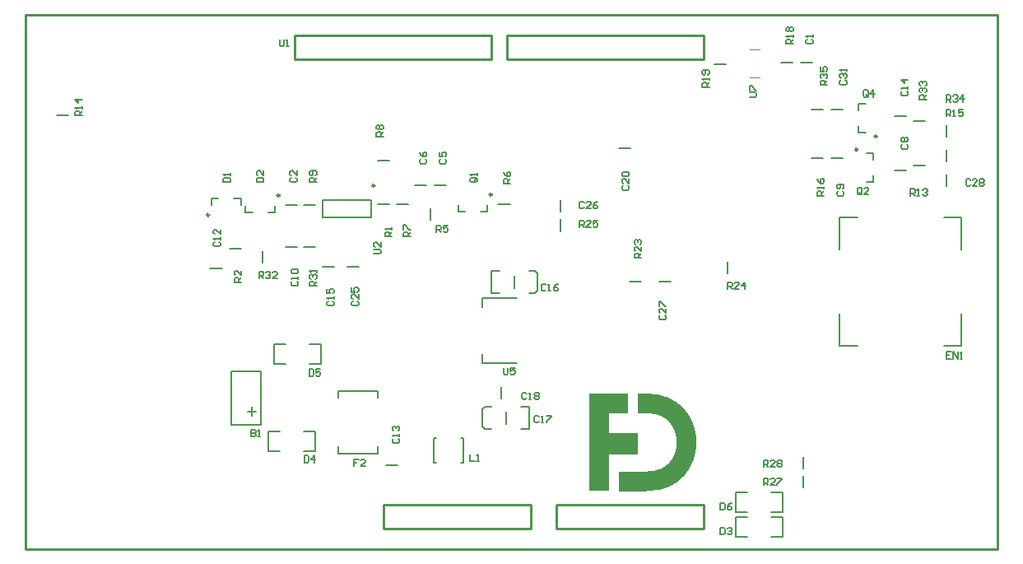
<source format=gto>
G04*
G04 #@! TF.GenerationSoftware,Altium Limited,Altium Designer,22.2.1 (43)*
G04*
G04 Layer_Color=65535*
%FSLAX43Y43*%
%MOMM*%
G71*
G04*
G04 #@! TF.SameCoordinates,4727E17F-0EAD-4C76-84FB-9B022A49384D*
G04*
G04*
G04 #@! TF.FilePolarity,Positive*
G04*
G01*
G75*
%ADD10C,2.000*%
%ADD11C,0.250*%
%ADD12C,0.254*%
%ADD13C,0.150*%
%ADD14C,0.200*%
%ADD15C,0.100*%
%ADD16R,2.000X10.000*%
%ADD17R,3.000X2.000*%
%ADD18R,4.445X2.270*%
%ADD19R,1.000X2.000*%
%ADD20R,3.000X2.000*%
D10*
X64000Y7000D02*
G03*
X64000Y15000I0J4000D01*
G01*
D11*
X35900Y37409D02*
G03*
X35900Y37409I-125J0D01*
G01*
X87585Y42457D02*
G03*
X87585Y42457I-125J0D01*
G01*
X47981Y36485D02*
G03*
X47981Y36485I-125J0D01*
G01*
X26121Y36374D02*
G03*
X26121Y36374I-125J0D01*
G01*
X18894Y34374D02*
G03*
X18894Y34374I-125J0D01*
G01*
X85585Y41109D02*
G03*
X85585Y41109I-125J0D01*
G01*
D12*
X36814Y4620D02*
X52014D01*
Y2120D02*
Y4620D01*
X36814Y2120D02*
X52014D01*
X36814D02*
Y4620D01*
X54594Y2120D02*
Y4620D01*
Y2120D02*
X69794D01*
Y4620D01*
X54594D02*
X69794D01*
X49514Y50380D02*
Y52880D01*
Y50380D02*
X69794D01*
Y52880D01*
X49514D02*
X69794D01*
X27670D02*
X47950D01*
Y50380D02*
Y52880D01*
X27670Y50380D02*
X47950D01*
X27670D02*
Y52880D01*
X-0Y-0D02*
X100000D01*
X-0D02*
Y55000D01*
X100000D01*
Y-0D02*
Y55000D01*
D13*
X21180Y12765D02*
X24180D01*
Y18265D01*
X21180D02*
X24180D01*
X21180Y12765D02*
Y18265D01*
X25584Y19066D02*
X26734D01*
X25584D02*
Y21066D01*
X26734D01*
X29234Y19066D02*
X30384D01*
Y21066D01*
X29234D02*
X30384D01*
X24990Y10090D02*
X26140D01*
X24990D02*
Y12090D01*
X26140D01*
X28640Y10090D02*
X29790D01*
Y12090D01*
X28640D02*
X29790D01*
X32135Y9808D02*
X36235D01*
X32135D02*
Y10559D01*
X36235Y9808D02*
Y10559D01*
X32135Y16309D02*
X36235D01*
X32135Y15559D02*
Y16309D01*
X36235Y15559D02*
Y16309D01*
Y15559D02*
Y16309D01*
X32135Y15559D02*
Y16309D01*
X36235D01*
X76720Y3300D02*
X77870D01*
Y1300D02*
Y3300D01*
X76720Y1300D02*
X77870D01*
X73070Y3300D02*
X74220D01*
X73070Y1300D02*
Y3300D01*
Y1300D02*
X74220D01*
X76720Y5840D02*
X77870D01*
Y3840D02*
Y5840D01*
X76720Y3840D02*
X77870D01*
X73070Y5840D02*
X74220D01*
X73070Y3840D02*
Y5840D01*
Y3840D02*
X74220D01*
X49419Y12895D02*
Y14165D01*
X47019Y14430D02*
X47262Y14673D01*
X47919D01*
X47262Y12387D02*
X47919D01*
X47019Y12630D02*
X47262Y12387D01*
X47019Y12630D02*
Y14430D01*
X51819Y12387D02*
Y14673D01*
X50919Y12387D02*
X51819D01*
X50919Y14673D02*
X51819D01*
X46995Y19135D02*
X50495D01*
X46995D02*
Y20085D01*
Y24885D02*
Y25835D01*
X50495D01*
X94445Y34100D02*
X96250D01*
X83750D02*
X85555D01*
X94445Y20900D02*
X96250D01*
X83750D02*
X85555D01*
X96250Y30800D02*
Y34100D01*
Y20900D02*
Y24200D01*
X83750Y30800D02*
Y34100D01*
Y20900D02*
Y24200D01*
X44746Y8910D02*
X44996D01*
Y11410D01*
X44746D02*
X44996D01*
X41996Y8910D02*
X42246D01*
X41996D02*
Y11410D01*
X42246D01*
X47871Y26357D02*
X48771D01*
X47871Y28643D02*
X48771D01*
X47871Y26357D02*
Y28643D01*
X52671Y26600D02*
Y28400D01*
X52428Y28643D02*
X52671Y28400D01*
X51771Y28643D02*
X52428D01*
X51771Y26357D02*
X52428D01*
X52671Y26600D01*
X50271Y26865D02*
Y28135D01*
X22823Y14193D02*
X23680D01*
X23252Y13765D02*
Y14622D01*
D14*
X30520Y34109D02*
Y35909D01*
X35520Y34109D02*
Y35909D01*
X30520Y34109D02*
X35520D01*
X30520Y35909D02*
X35520D01*
X94699Y42453D02*
Y43653D01*
X91305Y44069D02*
X92505D01*
X89400Y44577D02*
X90600D01*
X85710Y42823D02*
Y43523D01*
Y42823D02*
X86410D01*
X85710Y45823D02*
X86410D01*
X85710Y45123D02*
Y45823D01*
X82860Y45259D02*
X84060D01*
X80860D02*
X82060D01*
X70860Y49897D02*
X72060D01*
X77715Y50029D02*
X78915D01*
X44490Y34735D02*
X45190D01*
X44490D02*
Y35435D01*
X47490Y34735D02*
Y35435D01*
X46790Y34735D02*
X47490D01*
X42072Y37406D02*
X43272D01*
X36230Y39946D02*
X37430D01*
X36230Y35501D02*
X37430D01*
X38135D02*
X39335D01*
X40040Y37406D02*
X41240D01*
X28610Y31056D02*
X29810D01*
X30515Y29024D02*
X31715D01*
X24384Y29440D02*
Y30640D01*
X60995Y41259D02*
X62195D01*
X72220Y28356D02*
Y29556D01*
X62150Y27564D02*
X63350D01*
X89400Y38989D02*
X90600D01*
X94699Y37373D02*
Y38573D01*
X28610Y35374D02*
X29810D01*
X26705D02*
X27905D01*
X22630Y34624D02*
X23330D01*
X22630D02*
Y35324D01*
X25630Y34624D02*
Y35324D01*
X24930Y34624D02*
X25630D01*
X21435Y36124D02*
X22135D01*
Y35424D02*
Y36124D01*
X19135Y35424D02*
Y36124D01*
X19835D01*
X20985Y30890D02*
X22185D01*
X18985Y28858D02*
X20185D01*
X3210Y44645D02*
X4410D01*
X80860Y40259D02*
X82060D01*
X82860D02*
X84060D01*
X87210Y40043D02*
Y40743D01*
X86510D02*
X87210D01*
X86510Y37743D02*
X87210D01*
Y38443D01*
X91305Y39497D02*
X92505D01*
X94699Y39913D02*
Y41113D01*
X26705Y31056D02*
X27905D01*
X79715Y50029D02*
X80915D01*
X55000Y34730D02*
Y35930D01*
X65150Y27564D02*
X66350D01*
X80010Y8290D02*
Y9490D01*
Y6385D02*
Y7585D01*
X55000Y32730D02*
Y33930D01*
X33055Y29024D02*
X34255D01*
X48911Y15470D02*
Y16670D01*
X48626Y35469D02*
X49826D01*
X41656Y33885D02*
Y35085D01*
X37078Y8636D02*
X38278D01*
X82460Y47743D02*
X81760D01*
Y48093D01*
X81877Y48210D01*
X82110D01*
X82227Y48093D01*
Y47743D01*
Y47976D02*
X82460Y48210D01*
X81877Y48443D02*
X81760Y48559D01*
Y48793D01*
X81877Y48909D01*
X81993D01*
X82110Y48793D01*
Y48676D01*
Y48793D01*
X82227Y48909D01*
X82343D01*
X82460Y48793D01*
Y48559D01*
X82343Y48443D01*
X81760Y49609D02*
Y49143D01*
X82110D01*
X81993Y49376D01*
Y49492D01*
X82110Y49609D01*
X82343D01*
X82460Y49492D01*
Y49259D01*
X82343Y49143D01*
X94715Y46013D02*
Y46713D01*
X95065D01*
X95182Y46596D01*
Y46363D01*
X95065Y46246D01*
X94715D01*
X94948D02*
X95182Y46013D01*
X95415Y46596D02*
X95531Y46713D01*
X95765D01*
X95881Y46596D01*
Y46480D01*
X95765Y46363D01*
X95648D01*
X95765D01*
X95881Y46246D01*
Y46130D01*
X95765Y46013D01*
X95531D01*
X95415Y46130D01*
X96464Y46013D02*
Y46713D01*
X96115Y46363D01*
X96581D01*
X92660Y46264D02*
X91960D01*
Y46614D01*
X92077Y46731D01*
X92310D01*
X92427Y46614D01*
Y46264D01*
Y46497D02*
X92660Y46731D01*
X92077Y46964D02*
X91960Y47080D01*
Y47314D01*
X92077Y47430D01*
X92193D01*
X92310Y47314D01*
Y47197D01*
Y47314D01*
X92427Y47430D01*
X92543D01*
X92660Y47314D01*
Y47080D01*
X92543Y46964D01*
X92077Y47664D02*
X91960Y47780D01*
Y48013D01*
X92077Y48130D01*
X92193D01*
X92310Y48013D01*
Y47897D01*
Y48013D01*
X92427Y48130D01*
X92543D01*
X92660Y48013D01*
Y47780D01*
X92543Y47664D01*
X86650Y46635D02*
Y47101D01*
X86533Y47218D01*
X86300D01*
X86183Y47101D01*
Y46635D01*
X86300Y46518D01*
X86533D01*
X86416Y46751D02*
X86650Y46518D01*
X86533D02*
X86650Y46635D01*
X87233Y46518D02*
Y47218D01*
X86883Y46868D01*
X87349D01*
X83877Y48240D02*
X83760Y48123D01*
Y47890D01*
X83877Y47773D01*
X84343D01*
X84460Y47890D01*
Y48123D01*
X84343Y48240D01*
X83877Y48473D02*
X83760Y48589D01*
Y48823D01*
X83877Y48939D01*
X83993D01*
X84110Y48823D01*
Y48706D01*
Y48823D01*
X84227Y48939D01*
X84343D01*
X84460Y48823D01*
Y48589D01*
X84343Y48473D01*
X84460Y49173D02*
Y49406D01*
Y49289D01*
X83760D01*
X83877Y49173D01*
X90172Y47112D02*
X90055Y46995D01*
Y46762D01*
X90172Y46645D01*
X90638D01*
X90755Y46762D01*
Y46995D01*
X90638Y47112D01*
X90755Y47345D02*
Y47578D01*
Y47461D01*
X90055D01*
X90172Y47345D01*
X90755Y48278D02*
X90055D01*
X90405Y47928D01*
Y48394D01*
X75925Y8495D02*
Y9195D01*
X76275D01*
X76392Y9078D01*
Y8845D01*
X76275Y8728D01*
X75925D01*
X76158D02*
X76392Y8495D01*
X77091D02*
X76625D01*
X77091Y8962D01*
Y9078D01*
X76975Y9195D01*
X76741D01*
X76625Y9078D01*
X77325D02*
X77441Y9195D01*
X77674D01*
X77791Y9078D01*
Y8962D01*
X77674Y8845D01*
X77791Y8728D01*
Y8612D01*
X77674Y8495D01*
X77441D01*
X77325Y8612D01*
Y8728D01*
X77441Y8845D01*
X77325Y8962D01*
Y9078D01*
X77441Y8845D02*
X77674D01*
X75925Y6590D02*
Y7290D01*
X76275D01*
X76392Y7173D01*
Y6940D01*
X76275Y6823D01*
X75925D01*
X76158D02*
X76392Y6590D01*
X77091D02*
X76625D01*
X77091Y7057D01*
Y7173D01*
X76975Y7290D01*
X76741D01*
X76625Y7173D01*
X77325Y7290D02*
X77791D01*
Y7173D01*
X77325Y6707D01*
Y6590D01*
X19433Y31618D02*
X19316Y31501D01*
Y31268D01*
X19433Y31151D01*
X19899D01*
X20016Y31268D01*
Y31501D01*
X19899Y31618D01*
X20016Y31851D02*
Y32084D01*
Y31967D01*
X19316D01*
X19433Y31851D01*
X20016Y32900D02*
Y32434D01*
X19549Y32900D01*
X19433D01*
X19316Y32784D01*
Y32551D01*
X19433Y32434D01*
X27434Y27554D02*
X27317Y27437D01*
Y27204D01*
X27434Y27087D01*
X27900D01*
X28017Y27204D01*
Y27437D01*
X27900Y27554D01*
X28017Y27787D02*
Y28020D01*
Y27903D01*
X27317D01*
X27434Y27787D01*
Y28370D02*
X27317Y28487D01*
Y28720D01*
X27434Y28836D01*
X27900D01*
X28017Y28720D01*
Y28487D01*
X27900Y28370D01*
X27434D01*
X97191Y37957D02*
X97074Y38074D01*
X96841D01*
X96724Y37957D01*
Y37491D01*
X96841Y37374D01*
X97074D01*
X97191Y37491D01*
X97890Y37374D02*
X97424D01*
X97890Y37841D01*
Y37957D01*
X97774Y38074D01*
X97540D01*
X97424Y37957D01*
X98124D02*
X98240Y38074D01*
X98473D01*
X98590Y37957D01*
Y37841D01*
X98473Y37724D01*
X98590Y37607D01*
Y37491D01*
X98473Y37374D01*
X98240D01*
X98124Y37491D01*
Y37607D01*
X98240Y37724D01*
X98124Y37841D01*
Y37957D01*
X98240Y37724D02*
X98473D01*
X24000Y27860D02*
Y28560D01*
X24350D01*
X24467Y28443D01*
Y28210D01*
X24350Y28093D01*
X24000D01*
X24233D02*
X24467Y27860D01*
X24700Y28443D02*
X24816Y28560D01*
X25050D01*
X25166Y28443D01*
Y28327D01*
X25050Y28210D01*
X24933D01*
X25050D01*
X25166Y28093D01*
Y27977D01*
X25050Y27860D01*
X24816D01*
X24700Y27977D01*
X25866Y27860D02*
X25400D01*
X25866Y28327D01*
Y28443D01*
X25749Y28560D01*
X25516D01*
X25400Y28443D01*
X29922Y27087D02*
X29222D01*
Y27437D01*
X29339Y27554D01*
X29572D01*
X29689Y27437D01*
Y27087D01*
Y27320D02*
X29922Y27554D01*
X29339Y27787D02*
X29222Y27903D01*
Y28137D01*
X29339Y28253D01*
X29455D01*
X29572Y28137D01*
Y28020D01*
Y28137D01*
X29689Y28253D01*
X29805D01*
X29922Y28137D01*
Y27903D01*
X29805Y27787D01*
X29922Y28487D02*
Y28720D01*
Y28603D01*
X29222D01*
X29339Y28487D01*
X26112Y52425D02*
Y51842D01*
X26229Y51725D01*
X26462D01*
X26579Y51842D01*
Y52425D01*
X26812Y51725D02*
X27045D01*
X26928D01*
Y52425D01*
X26812Y52308D01*
X74515Y46513D02*
X75098D01*
X75215Y46630D01*
Y46863D01*
X75098Y46980D01*
X74515D01*
Y47213D02*
Y47679D01*
X74632D01*
X75098Y47213D01*
X75215D01*
X49165Y18675D02*
Y18092D01*
X49282Y17975D01*
X49515D01*
X49632Y18092D01*
Y18675D01*
X50331D02*
X49865D01*
Y18325D01*
X50098Y18442D01*
X50215D01*
X50331Y18325D01*
Y18092D01*
X50215Y17975D01*
X49981D01*
X49865Y18092D01*
X35826Y30389D02*
X36409D01*
X36526Y30506D01*
Y30739D01*
X36409Y30856D01*
X35826D01*
X36526Y31555D02*
Y31089D01*
X36059Y31555D01*
X35943D01*
X35826Y31439D01*
Y31205D01*
X35943Y31089D01*
X70308Y47534D02*
X69608D01*
Y47884D01*
X69725Y48001D01*
X69958D01*
X70075Y47884D01*
Y47534D01*
Y47767D02*
X70308Y48001D01*
Y48234D02*
Y48467D01*
Y48350D01*
X69608D01*
X69725Y48234D01*
X70191Y48817D02*
X70308Y48934D01*
Y49167D01*
X70191Y49283D01*
X69725D01*
X69608Y49167D01*
Y48934D01*
X69725Y48817D01*
X69841D01*
X69958Y48934D01*
Y49283D01*
X78944Y51979D02*
X78244D01*
Y52329D01*
X78361Y52446D01*
X78594D01*
X78711Y52329D01*
Y51979D01*
Y52212D02*
X78944Y52446D01*
Y52679D02*
Y52912D01*
Y52795D01*
X78244D01*
X78361Y52679D01*
Y53262D02*
X78244Y53379D01*
Y53612D01*
X78361Y53728D01*
X78477D01*
X78594Y53612D01*
X78711Y53728D01*
X78827D01*
X78944Y53612D01*
Y53379D01*
X78827Y53262D01*
X78711D01*
X78594Y53379D01*
X78477Y53262D01*
X78361D01*
X78594Y53379D02*
Y53612D01*
X56980Y33136D02*
Y33836D01*
X57330D01*
X57447Y33719D01*
Y33486D01*
X57330Y33369D01*
X56980D01*
X57213D02*
X57447Y33136D01*
X58146D02*
X57680D01*
X58146Y33603D01*
Y33719D01*
X58030Y33836D01*
X57796D01*
X57680Y33719D01*
X58846Y33836D02*
X58380D01*
Y33486D01*
X58613Y33603D01*
X58729D01*
X58846Y33486D01*
Y33253D01*
X58729Y33136D01*
X58496D01*
X58380Y33253D01*
X63330Y29961D02*
X62630D01*
Y30311D01*
X62747Y30428D01*
X62980D01*
X63097Y30311D01*
Y29961D01*
Y30194D02*
X63330Y30428D01*
Y31127D02*
Y30661D01*
X62863Y31127D01*
X62747D01*
X62630Y31011D01*
Y30777D01*
X62747Y30661D01*
Y31361D02*
X62630Y31477D01*
Y31710D01*
X62747Y31827D01*
X62863D01*
X62980Y31710D01*
Y31594D01*
Y31710D01*
X63097Y31827D01*
X63213D01*
X63330Y31710D01*
Y31477D01*
X63213Y31361D01*
X72220Y26786D02*
Y27486D01*
X72570D01*
X72687Y27369D01*
Y27136D01*
X72570Y27019D01*
X72220D01*
X72453D02*
X72687Y26786D01*
X73386D02*
X72920D01*
X73386Y27253D01*
Y27369D01*
X73270Y27486D01*
X73036D01*
X72920Y27369D01*
X73969Y26786D02*
Y27486D01*
X73620Y27136D01*
X74086D01*
X91009Y36358D02*
Y37058D01*
X91359D01*
X91476Y36941D01*
Y36708D01*
X91359Y36591D01*
X91009D01*
X91242D02*
X91476Y36358D01*
X91709D02*
X91942D01*
X91825D01*
Y37058D01*
X91709Y36941D01*
X92292D02*
X92409Y37058D01*
X92642D01*
X92758Y36941D01*
Y36825D01*
X92642Y36708D01*
X92525D01*
X92642D01*
X92758Y36591D01*
Y36475D01*
X92642Y36358D01*
X92409D01*
X92292Y36475D01*
X5792Y44613D02*
X5092D01*
Y44963D01*
X5209Y45080D01*
X5442D01*
X5559Y44963D01*
Y44613D01*
Y44846D02*
X5792Y45080D01*
Y45313D02*
Y45546D01*
Y45429D01*
X5092D01*
X5209Y45313D01*
X5792Y46246D02*
X5092D01*
X5442Y45896D01*
Y46362D01*
X82119Y36358D02*
X81419D01*
Y36708D01*
X81536Y36825D01*
X81769D01*
X81886Y36708D01*
Y36358D01*
Y36591D02*
X82119Y36825D01*
Y37058D02*
Y37291D01*
Y37174D01*
X81419D01*
X81536Y37058D01*
X81419Y38107D02*
X81536Y37874D01*
X81769Y37641D01*
X82002D01*
X82119Y37758D01*
Y37991D01*
X82002Y38107D01*
X81886D01*
X81769Y37991D01*
Y37641D01*
X94715Y44513D02*
Y45213D01*
X95065D01*
X95182Y45096D01*
Y44863D01*
X95065Y44746D01*
X94715D01*
X94948D02*
X95182Y44513D01*
X95415D02*
X95648D01*
X95531D01*
Y45213D01*
X95415Y45096D01*
X96464Y45213D02*
X95998D01*
Y44863D01*
X96231Y44980D01*
X96348D01*
X96464Y44863D01*
Y44630D01*
X96348Y44513D01*
X96115D01*
X95998Y44630D01*
X29922Y37755D02*
X29222D01*
Y38105D01*
X29339Y38222D01*
X29572D01*
X29689Y38105D01*
Y37755D01*
Y37988D02*
X29922Y38222D01*
X29805Y38455D02*
X29922Y38571D01*
Y38805D01*
X29805Y38921D01*
X29339D01*
X29222Y38805D01*
Y38571D01*
X29339Y38455D01*
X29455D01*
X29572Y38571D01*
Y38921D01*
X36780Y42454D02*
X36080D01*
Y42804D01*
X36197Y42921D01*
X36430D01*
X36547Y42804D01*
Y42454D01*
Y42687D02*
X36780Y42921D01*
X36197Y43154D02*
X36080Y43270D01*
Y43504D01*
X36197Y43620D01*
X36313D01*
X36430Y43504D01*
X36547Y43620D01*
X36663D01*
X36780Y43504D01*
Y43270D01*
X36663Y43154D01*
X36547D01*
X36430Y43270D01*
X36313Y43154D01*
X36197D01*
X36430Y43270D02*
Y43504D01*
X39574Y32167D02*
X38874D01*
Y32517D01*
X38991Y32634D01*
X39224D01*
X39341Y32517D01*
Y32167D01*
Y32400D02*
X39574Y32634D01*
X38874Y32867D02*
Y33333D01*
X38991D01*
X39457Y32867D01*
X39574D01*
X49861Y37628D02*
X49161D01*
Y37978D01*
X49278Y38095D01*
X49511D01*
X49628Y37978D01*
Y37628D01*
Y37861D02*
X49861Y38095D01*
X49161Y38794D02*
X49278Y38561D01*
X49511Y38328D01*
X49744D01*
X49861Y38444D01*
Y38678D01*
X49744Y38794D01*
X49628D01*
X49511Y38678D01*
Y38328D01*
X42270Y32625D02*
Y33325D01*
X42620D01*
X42737Y33208D01*
Y32975D01*
X42620Y32858D01*
X42270D01*
X42503D02*
X42737Y32625D01*
X43436Y33325D02*
X42970D01*
Y32975D01*
X43203Y33092D01*
X43320D01*
X43436Y32975D01*
Y32742D01*
X43320Y32625D01*
X43086D01*
X42970Y32742D01*
X22175Y27468D02*
X21475D01*
Y27818D01*
X21592Y27935D01*
X21825D01*
X21942Y27818D01*
Y27468D01*
Y27701D02*
X22175Y27935D01*
Y28634D02*
Y28168D01*
X21708Y28634D01*
X21592D01*
X21475Y28518D01*
Y28284D01*
X21592Y28168D01*
X37669Y32167D02*
X36969D01*
Y32517D01*
X37086Y32634D01*
X37319D01*
X37436Y32517D01*
Y32167D01*
Y32400D02*
X37669Y32634D01*
Y32867D02*
Y33100D01*
Y32983D01*
X36969D01*
X37086Y32867D01*
X86015Y36602D02*
Y37068D01*
X85898Y37185D01*
X85665D01*
X85548Y37068D01*
Y36602D01*
X85665Y36485D01*
X85898D01*
X85781Y36718D02*
X86015Y36485D01*
X85898D02*
X86015Y36602D01*
X86714Y36485D02*
X86248D01*
X86714Y36952D01*
Y37068D01*
X86598Y37185D01*
X86364D01*
X86248Y37068D01*
X46315Y38222D02*
X45849D01*
X45732Y38105D01*
Y37872D01*
X45849Y37755D01*
X46315D01*
X46432Y37872D01*
Y38105D01*
X46199Y37988D02*
X46432Y38222D01*
Y38105D02*
X46315Y38222D01*
X46432Y38455D02*
Y38688D01*
Y38571D01*
X45732D01*
X45849Y38455D01*
X45716Y9770D02*
Y9070D01*
X46183D01*
X46416D02*
X46649D01*
X46532D01*
Y9770D01*
X46416Y9653D01*
X34244Y9261D02*
X33777D01*
Y8911D01*
X34010D01*
X33777D01*
Y8561D01*
X34943D02*
X34477D01*
X34943Y9028D01*
Y9144D01*
X34827Y9261D01*
X34593D01*
X34477Y9144D01*
X95204Y20310D02*
X94737D01*
Y19610D01*
X95204D01*
X94737Y19960D02*
X94970D01*
X95437Y19610D02*
Y20310D01*
X95903Y19610D01*
Y20310D01*
X96137Y19610D02*
X96370D01*
X96253D01*
Y20310D01*
X96137Y20193D01*
X71480Y4750D02*
Y4050D01*
X71830D01*
X71947Y4167D01*
Y4633D01*
X71830Y4750D01*
X71480D01*
X72646D02*
X72413Y4633D01*
X72180Y4400D01*
Y4167D01*
X72296Y4050D01*
X72530D01*
X72646Y4167D01*
Y4283D01*
X72530Y4400D01*
X72180D01*
X71480Y2210D02*
Y1510D01*
X71830D01*
X71947Y1627D01*
Y2093D01*
X71830Y2210D01*
X71480D01*
X72180Y2093D02*
X72296Y2210D01*
X72530D01*
X72646Y2093D01*
Y1977D01*
X72530Y1860D01*
X72413D01*
X72530D01*
X72646Y1743D01*
Y1627D01*
X72530Y1510D01*
X72296D01*
X72180Y1627D01*
X29160Y18516D02*
Y17816D01*
X29510D01*
X29627Y17933D01*
Y18399D01*
X29510Y18516D01*
X29160D01*
X30326D02*
X29860D01*
Y18166D01*
X30093Y18283D01*
X30210D01*
X30326Y18166D01*
Y17933D01*
X30210Y17816D01*
X29976D01*
X29860Y17933D01*
X28652Y9626D02*
Y8926D01*
X29002D01*
X29119Y9043D01*
Y9509D01*
X29002Y9626D01*
X28652D01*
X29702Y8926D02*
Y9626D01*
X29352Y9276D01*
X29818D01*
X23761Y37755D02*
X24461D01*
Y38105D01*
X24344Y38222D01*
X23878D01*
X23761Y38105D01*
Y37755D01*
X24461Y38921D02*
Y38455D01*
X23994Y38921D01*
X23878D01*
X23761Y38805D01*
Y38571D01*
X23878Y38455D01*
X20332Y37755D02*
X21032D01*
Y38105D01*
X20915Y38222D01*
X20449D01*
X20332Y38105D01*
Y37755D01*
X21032Y38455D02*
Y38688D01*
Y38571D01*
X20332D01*
X20449Y38455D01*
X65287Y24078D02*
X65170Y23961D01*
Y23728D01*
X65287Y23611D01*
X65753D01*
X65870Y23728D01*
Y23961D01*
X65753Y24078D01*
X65870Y24777D02*
Y24311D01*
X65403Y24777D01*
X65287D01*
X65170Y24661D01*
Y24427D01*
X65287Y24311D01*
X65170Y25011D02*
Y25477D01*
X65287D01*
X65753Y25011D01*
X65870D01*
X57447Y35624D02*
X57330Y35741D01*
X57097D01*
X56980Y35624D01*
Y35158D01*
X57097Y35041D01*
X57330D01*
X57447Y35158D01*
X58146Y35041D02*
X57680D01*
X58146Y35508D01*
Y35624D01*
X58030Y35741D01*
X57796D01*
X57680Y35624D01*
X58846Y35741D02*
X58613Y35624D01*
X58380Y35391D01*
Y35158D01*
X58496Y35041D01*
X58729D01*
X58846Y35158D01*
Y35274D01*
X58729Y35391D01*
X58380D01*
X33657Y25522D02*
X33540Y25405D01*
Y25172D01*
X33657Y25055D01*
X34123D01*
X34240Y25172D01*
Y25405D01*
X34123Y25522D01*
X34240Y26221D02*
Y25755D01*
X33773Y26221D01*
X33657D01*
X33540Y26105D01*
Y25871D01*
X33657Y25755D01*
X33540Y26921D02*
Y26455D01*
X33890D01*
X33773Y26688D01*
Y26804D01*
X33890Y26921D01*
X34123D01*
X34240Y26804D01*
Y26571D01*
X34123Y26455D01*
X61477Y37413D02*
X61360Y37296D01*
Y37063D01*
X61477Y36946D01*
X61943D01*
X62060Y37063D01*
Y37296D01*
X61943Y37413D01*
X62060Y38112D02*
Y37646D01*
X61593Y38112D01*
X61477D01*
X61360Y37996D01*
Y37762D01*
X61477Y37646D01*
Y38346D02*
X61360Y38462D01*
Y38695D01*
X61477Y38812D01*
X61943D01*
X62060Y38695D01*
Y38462D01*
X61943Y38346D01*
X61477D01*
X37845Y11389D02*
X37728Y11272D01*
Y11039D01*
X37845Y10922D01*
X38311D01*
X38428Y11039D01*
Y11272D01*
X38311Y11389D01*
X38428Y11622D02*
Y11855D01*
Y11738D01*
X37728D01*
X37845Y11622D01*
Y12205D02*
X37728Y12322D01*
Y12555D01*
X37845Y12671D01*
X37961D01*
X38078Y12555D01*
Y12438D01*
Y12555D01*
X38195Y12671D01*
X38311D01*
X38428Y12555D01*
Y12322D01*
X38311Y12205D01*
X51537Y16018D02*
X51420Y16135D01*
X51187D01*
X51070Y16018D01*
Y15552D01*
X51187Y15435D01*
X51420D01*
X51537Y15552D01*
X51770Y15435D02*
X52003D01*
X51886D01*
Y16135D01*
X51770Y16018D01*
X52353D02*
X52470Y16135D01*
X52703D01*
X52819Y16018D01*
Y15902D01*
X52703Y15785D01*
X52819Y15668D01*
Y15552D01*
X52703Y15435D01*
X52470D01*
X52353Y15552D01*
Y15668D01*
X52470Y15785D01*
X52353Y15902D01*
Y16018D01*
X52470Y15785D02*
X52703D01*
X52807Y13633D02*
X52690Y13750D01*
X52457D01*
X52340Y13633D01*
Y13167D01*
X52457Y13050D01*
X52690D01*
X52807Y13167D01*
X53040Y13050D02*
X53273D01*
X53156D01*
Y13750D01*
X53040Y13633D01*
X53623Y13750D02*
X54089D01*
Y13633D01*
X53623Y13167D01*
Y13050D01*
X53503Y27162D02*
X53386Y27279D01*
X53153D01*
X53036Y27162D01*
Y26696D01*
X53153Y26579D01*
X53386D01*
X53503Y26696D01*
X53736Y26579D02*
X53969D01*
X53852D01*
Y27279D01*
X53736Y27162D01*
X54785Y27279D02*
X54552Y27162D01*
X54319Y26929D01*
Y26696D01*
X54436Y26579D01*
X54669D01*
X54785Y26696D01*
Y26812D01*
X54669Y26929D01*
X54319D01*
X31117Y25522D02*
X31000Y25405D01*
Y25172D01*
X31117Y25055D01*
X31583D01*
X31700Y25172D01*
Y25405D01*
X31583Y25522D01*
X31700Y25755D02*
Y25988D01*
Y25871D01*
X31000D01*
X31117Y25755D01*
X31000Y26804D02*
Y26338D01*
X31350D01*
X31233Y26571D01*
Y26688D01*
X31350Y26804D01*
X31583D01*
X31700Y26688D01*
Y26455D01*
X31583Y26338D01*
X83568Y36825D02*
X83451Y36708D01*
Y36475D01*
X83568Y36358D01*
X84034D01*
X84151Y36475D01*
Y36708D01*
X84034Y36825D01*
Y37058D02*
X84151Y37174D01*
Y37408D01*
X84034Y37524D01*
X83568D01*
X83451Y37408D01*
Y37174D01*
X83568Y37058D01*
X83684D01*
X83801Y37174D01*
Y37524D01*
X90172Y41651D02*
X90055Y41534D01*
Y41301D01*
X90172Y41184D01*
X90638D01*
X90755Y41301D01*
Y41534D01*
X90638Y41651D01*
X90172Y41884D02*
X90055Y42000D01*
Y42234D01*
X90172Y42350D01*
X90288D01*
X90405Y42234D01*
X90522Y42350D01*
X90638D01*
X90755Y42234D01*
Y42000D01*
X90638Y41884D01*
X90522D01*
X90405Y42000D01*
X90288Y41884D01*
X90172D01*
X90405Y42000D02*
Y42234D01*
X40642Y40127D02*
X40525Y40010D01*
Y39777D01*
X40642Y39660D01*
X41108D01*
X41225Y39777D01*
Y40010D01*
X41108Y40127D01*
X40525Y40826D02*
X40642Y40593D01*
X40875Y40360D01*
X41108D01*
X41225Y40476D01*
Y40710D01*
X41108Y40826D01*
X40992D01*
X40875Y40710D01*
Y40360D01*
X42674Y40127D02*
X42557Y40010D01*
Y39777D01*
X42674Y39660D01*
X43140D01*
X43257Y39777D01*
Y40010D01*
X43140Y40127D01*
X42557Y40826D02*
Y40360D01*
X42907D01*
X42790Y40593D01*
Y40710D01*
X42907Y40826D01*
X43140D01*
X43257Y40710D01*
Y40476D01*
X43140Y40360D01*
X27307Y38222D02*
X27190Y38105D01*
Y37872D01*
X27307Y37755D01*
X27773D01*
X27890Y37872D01*
Y38105D01*
X27773Y38222D01*
X27890Y38921D02*
Y38455D01*
X27423Y38921D01*
X27307D01*
X27190Y38805D01*
Y38571D01*
X27307Y38455D01*
X80393Y52446D02*
X80276Y52329D01*
Y52096D01*
X80393Y51979D01*
X80859D01*
X80976Y52096D01*
Y52329D01*
X80859Y52446D01*
X80976Y52679D02*
Y52912D01*
Y52795D01*
X80276D01*
X80393Y52679D01*
X23191Y12293D02*
Y11593D01*
X23541D01*
X23658Y11710D01*
Y11826D01*
X23541Y11943D01*
X23191D01*
X23541D01*
X23658Y12060D01*
Y12176D01*
X23541Y12293D01*
X23191D01*
X23891Y11593D02*
X24124D01*
X24007D01*
Y12293D01*
X23891Y12176D01*
D15*
X74515Y48513D02*
X75515D01*
X74515Y51413D02*
X75515D01*
D16*
X59000Y11000D02*
D03*
D17*
X60500Y15000D02*
D03*
D18*
X60778Y10865D02*
D03*
D19*
X63500Y15000D02*
D03*
D20*
X62500Y7000D02*
D03*
M02*

</source>
